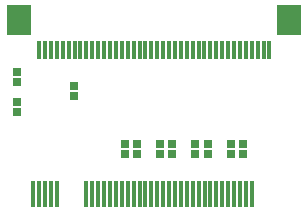
<source format=gts>
G04*
G04 #@! TF.GenerationSoftware,Altium Limited,Altium Designer,22.2.1 (43)*
G04*
G04 Layer_Color=8388736*
%FSLAX25Y25*%
%MOIN*%
G70*
G04*
G04 #@! TF.SameCoordinates,FD089562-881E-4EE4-B05D-B5CD34326894*
G04*
G04*
G04 #@! TF.FilePolarity,Negative*
G04*
G01*
G75*
%ADD13R,0.01378X0.08661*%
%ADD14R,0.07874X0.09843*%
%ADD15R,0.01181X0.05906*%
%ADD16R,0.02959X0.02762*%
D13*
X21925Y10500D02*
D03*
X23894D02*
D03*
X25862D02*
D03*
X27831D02*
D03*
X29799D02*
D03*
X39642D02*
D03*
X41610D02*
D03*
X43579D02*
D03*
X45547D02*
D03*
X47516D02*
D03*
X49484D02*
D03*
X51453D02*
D03*
X53421D02*
D03*
X55390D02*
D03*
X57358D02*
D03*
X59327D02*
D03*
X61295D02*
D03*
X63264D02*
D03*
X65232D02*
D03*
X67201D02*
D03*
X69169D02*
D03*
X71138D02*
D03*
X73106D02*
D03*
X75075D02*
D03*
X77043D02*
D03*
X79012D02*
D03*
X80980D02*
D03*
X82949D02*
D03*
X84917D02*
D03*
X86886D02*
D03*
X88854D02*
D03*
X90823D02*
D03*
X92791D02*
D03*
X94760D02*
D03*
D14*
X107310Y68644D02*
D03*
X17232D02*
D03*
D15*
X23885Y58502D02*
D03*
X25854D02*
D03*
X27822D02*
D03*
X29791D02*
D03*
X31759D02*
D03*
X33728D02*
D03*
X35696D02*
D03*
X37665D02*
D03*
X98688D02*
D03*
X96720D02*
D03*
X94751D02*
D03*
X92783D02*
D03*
X90814D02*
D03*
X88846D02*
D03*
X86877D02*
D03*
X84909D02*
D03*
X82940D02*
D03*
X80972D02*
D03*
X79003D02*
D03*
X77035D02*
D03*
X75066D02*
D03*
X73098D02*
D03*
X71129D02*
D03*
X69161D02*
D03*
X67192D02*
D03*
X65224D02*
D03*
X63255D02*
D03*
X61287D02*
D03*
X59318D02*
D03*
X57350D02*
D03*
X55381D02*
D03*
X53413D02*
D03*
X51444D02*
D03*
X49476D02*
D03*
X47507D02*
D03*
X45539D02*
D03*
X43570D02*
D03*
X41602D02*
D03*
X39633D02*
D03*
X100657D02*
D03*
D16*
X16500Y41000D02*
D03*
Y37653D02*
D03*
X16500Y47827D02*
D03*
Y51173D02*
D03*
X35614Y43198D02*
D03*
Y46545D02*
D03*
X87790Y23827D02*
D03*
Y27173D02*
D03*
X91896Y23827D02*
D03*
Y27173D02*
D03*
X75984Y23827D02*
D03*
Y27173D02*
D03*
X80072Y23827D02*
D03*
Y27173D02*
D03*
X64166Y23827D02*
D03*
Y27173D02*
D03*
X68271Y23827D02*
D03*
Y27173D02*
D03*
X52346Y23827D02*
D03*
Y27173D02*
D03*
X56456Y23827D02*
D03*
Y27173D02*
D03*
M02*

</source>
